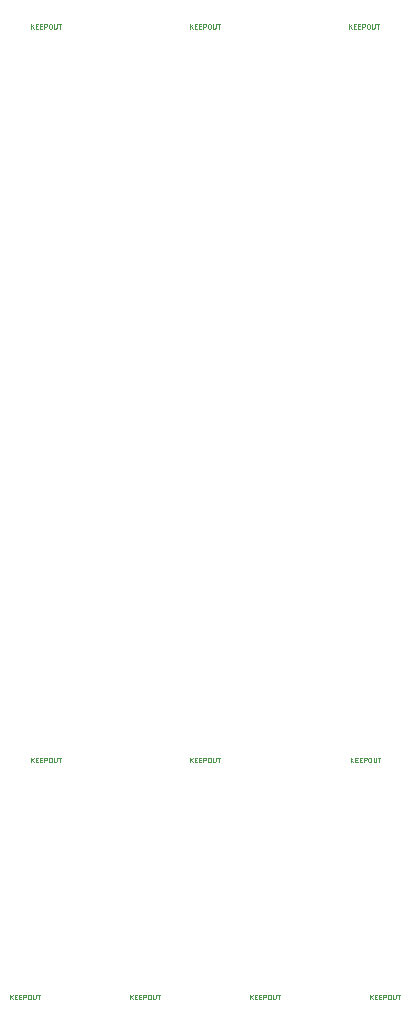
<source format=gbr>
G04 #@! TF.GenerationSoftware,KiCad,Pcbnew,(5.1.0)-1*
G04 #@! TF.CreationDate,2019-10-23T13:14:03-05:00*
G04 #@! TF.ProjectId,logiverter,6c6f6769-7665-4727-9465-722e6b696361,rev?*
G04 #@! TF.SameCoordinates,Original*
G04 #@! TF.FileFunction,Other,Comment*
%FSLAX46Y46*%
G04 Gerber Fmt 4.6, Leading zero omitted, Abs format (unit mm)*
G04 Created by KiCad (PCBNEW (5.1.0)-1) date 2019-10-23 13:14:03*
%MOMM*%
%LPD*%
G04 APERTURE LIST*
%ADD10C,0.051000*%
G04 APERTURE END LIST*
D10*
X108743904Y-103815952D02*
X108743904Y-103415952D01*
X108972476Y-103815952D02*
X108801047Y-103587380D01*
X108972476Y-103415952D02*
X108743904Y-103644523D01*
X109143904Y-103606428D02*
X109277238Y-103606428D01*
X109334380Y-103815952D02*
X109143904Y-103815952D01*
X109143904Y-103415952D01*
X109334380Y-103415952D01*
X109505809Y-103606428D02*
X109639142Y-103606428D01*
X109696285Y-103815952D02*
X109505809Y-103815952D01*
X109505809Y-103415952D01*
X109696285Y-103415952D01*
X109867714Y-103815952D02*
X109867714Y-103415952D01*
X110020095Y-103415952D01*
X110058190Y-103435000D01*
X110077238Y-103454047D01*
X110096285Y-103492142D01*
X110096285Y-103549285D01*
X110077238Y-103587380D01*
X110058190Y-103606428D01*
X110020095Y-103625476D01*
X109867714Y-103625476D01*
X110343904Y-103415952D02*
X110420095Y-103415952D01*
X110458190Y-103435000D01*
X110496285Y-103473095D01*
X110515333Y-103549285D01*
X110515333Y-103682619D01*
X110496285Y-103758809D01*
X110458190Y-103796904D01*
X110420095Y-103815952D01*
X110343904Y-103815952D01*
X110305809Y-103796904D01*
X110267714Y-103758809D01*
X110248666Y-103682619D01*
X110248666Y-103549285D01*
X110267714Y-103473095D01*
X110305809Y-103435000D01*
X110343904Y-103415952D01*
X110686761Y-103415952D02*
X110686761Y-103739761D01*
X110705809Y-103777857D01*
X110724857Y-103796904D01*
X110762952Y-103815952D01*
X110839142Y-103815952D01*
X110877238Y-103796904D01*
X110896285Y-103777857D01*
X110915333Y-103739761D01*
X110915333Y-103415952D01*
X111048666Y-103415952D02*
X111277238Y-103415952D01*
X111162952Y-103815952D02*
X111162952Y-103415952D01*
X108870904Y-165912952D02*
X108870904Y-165512952D01*
X109099476Y-165912952D02*
X108928047Y-165684380D01*
X109099476Y-165512952D02*
X108870904Y-165741523D01*
X109270904Y-165703428D02*
X109404238Y-165703428D01*
X109461380Y-165912952D02*
X109270904Y-165912952D01*
X109270904Y-165512952D01*
X109461380Y-165512952D01*
X109632809Y-165703428D02*
X109766142Y-165703428D01*
X109823285Y-165912952D02*
X109632809Y-165912952D01*
X109632809Y-165512952D01*
X109823285Y-165512952D01*
X109994714Y-165912952D02*
X109994714Y-165512952D01*
X110147095Y-165512952D01*
X110185190Y-165532000D01*
X110204238Y-165551047D01*
X110223285Y-165589142D01*
X110223285Y-165646285D01*
X110204238Y-165684380D01*
X110185190Y-165703428D01*
X110147095Y-165722476D01*
X109994714Y-165722476D01*
X110470904Y-165512952D02*
X110547095Y-165512952D01*
X110585190Y-165532000D01*
X110623285Y-165570095D01*
X110642333Y-165646285D01*
X110642333Y-165779619D01*
X110623285Y-165855809D01*
X110585190Y-165893904D01*
X110547095Y-165912952D01*
X110470904Y-165912952D01*
X110432809Y-165893904D01*
X110394714Y-165855809D01*
X110375666Y-165779619D01*
X110375666Y-165646285D01*
X110394714Y-165570095D01*
X110432809Y-165532000D01*
X110470904Y-165512952D01*
X110813761Y-165512952D02*
X110813761Y-165836761D01*
X110832809Y-165874857D01*
X110851857Y-165893904D01*
X110889952Y-165912952D01*
X110966142Y-165912952D01*
X111004238Y-165893904D01*
X111023285Y-165874857D01*
X111042333Y-165836761D01*
X111042333Y-165512952D01*
X111175666Y-165512952D02*
X111404238Y-165512952D01*
X111289952Y-165912952D02*
X111289952Y-165512952D01*
X95281904Y-165912952D02*
X95281904Y-165512952D01*
X95510476Y-165912952D02*
X95339047Y-165684380D01*
X95510476Y-165512952D02*
X95281904Y-165741523D01*
X95681904Y-165703428D02*
X95815238Y-165703428D01*
X95872380Y-165912952D02*
X95681904Y-165912952D01*
X95681904Y-165512952D01*
X95872380Y-165512952D01*
X96043809Y-165703428D02*
X96177142Y-165703428D01*
X96234285Y-165912952D02*
X96043809Y-165912952D01*
X96043809Y-165512952D01*
X96234285Y-165512952D01*
X96405714Y-165912952D02*
X96405714Y-165512952D01*
X96558095Y-165512952D01*
X96596190Y-165532000D01*
X96615238Y-165551047D01*
X96634285Y-165589142D01*
X96634285Y-165646285D01*
X96615238Y-165684380D01*
X96596190Y-165703428D01*
X96558095Y-165722476D01*
X96405714Y-165722476D01*
X96881904Y-165512952D02*
X96958095Y-165512952D01*
X96996190Y-165532000D01*
X97034285Y-165570095D01*
X97053333Y-165646285D01*
X97053333Y-165779619D01*
X97034285Y-165855809D01*
X96996190Y-165893904D01*
X96958095Y-165912952D01*
X96881904Y-165912952D01*
X96843809Y-165893904D01*
X96805714Y-165855809D01*
X96786666Y-165779619D01*
X96786666Y-165646285D01*
X96805714Y-165570095D01*
X96843809Y-165532000D01*
X96881904Y-165512952D01*
X97224761Y-165512952D02*
X97224761Y-165836761D01*
X97243809Y-165874857D01*
X97262857Y-165893904D01*
X97300952Y-165912952D01*
X97377142Y-165912952D01*
X97415238Y-165893904D01*
X97434285Y-165874857D01*
X97453333Y-165836761D01*
X97453333Y-165512952D01*
X97586666Y-165512952D02*
X97815238Y-165512952D01*
X97700952Y-165912952D02*
X97700952Y-165512952D01*
X110521904Y-185978952D02*
X110521904Y-185578952D01*
X110750476Y-185978952D02*
X110579047Y-185750380D01*
X110750476Y-185578952D02*
X110521904Y-185807523D01*
X110921904Y-185769428D02*
X111055238Y-185769428D01*
X111112380Y-185978952D02*
X110921904Y-185978952D01*
X110921904Y-185578952D01*
X111112380Y-185578952D01*
X111283809Y-185769428D02*
X111417142Y-185769428D01*
X111474285Y-185978952D02*
X111283809Y-185978952D01*
X111283809Y-185578952D01*
X111474285Y-185578952D01*
X111645714Y-185978952D02*
X111645714Y-185578952D01*
X111798095Y-185578952D01*
X111836190Y-185598000D01*
X111855238Y-185617047D01*
X111874285Y-185655142D01*
X111874285Y-185712285D01*
X111855238Y-185750380D01*
X111836190Y-185769428D01*
X111798095Y-185788476D01*
X111645714Y-185788476D01*
X112121904Y-185578952D02*
X112198095Y-185578952D01*
X112236190Y-185598000D01*
X112274285Y-185636095D01*
X112293333Y-185712285D01*
X112293333Y-185845619D01*
X112274285Y-185921809D01*
X112236190Y-185959904D01*
X112198095Y-185978952D01*
X112121904Y-185978952D01*
X112083809Y-185959904D01*
X112045714Y-185921809D01*
X112026666Y-185845619D01*
X112026666Y-185712285D01*
X112045714Y-185636095D01*
X112083809Y-185598000D01*
X112121904Y-185578952D01*
X112464761Y-185578952D02*
X112464761Y-185902761D01*
X112483809Y-185940857D01*
X112502857Y-185959904D01*
X112540952Y-185978952D01*
X112617142Y-185978952D01*
X112655238Y-185959904D01*
X112674285Y-185940857D01*
X112693333Y-185902761D01*
X112693333Y-185578952D01*
X112826666Y-185578952D02*
X113055238Y-185578952D01*
X112940952Y-185978952D02*
X112940952Y-185578952D01*
X80041904Y-185978952D02*
X80041904Y-185578952D01*
X80270476Y-185978952D02*
X80099047Y-185750380D01*
X80270476Y-185578952D02*
X80041904Y-185807523D01*
X80441904Y-185769428D02*
X80575238Y-185769428D01*
X80632380Y-185978952D02*
X80441904Y-185978952D01*
X80441904Y-185578952D01*
X80632380Y-185578952D01*
X80803809Y-185769428D02*
X80937142Y-185769428D01*
X80994285Y-185978952D02*
X80803809Y-185978952D01*
X80803809Y-185578952D01*
X80994285Y-185578952D01*
X81165714Y-185978952D02*
X81165714Y-185578952D01*
X81318095Y-185578952D01*
X81356190Y-185598000D01*
X81375238Y-185617047D01*
X81394285Y-185655142D01*
X81394285Y-185712285D01*
X81375238Y-185750380D01*
X81356190Y-185769428D01*
X81318095Y-185788476D01*
X81165714Y-185788476D01*
X81641904Y-185578952D02*
X81718095Y-185578952D01*
X81756190Y-185598000D01*
X81794285Y-185636095D01*
X81813333Y-185712285D01*
X81813333Y-185845619D01*
X81794285Y-185921809D01*
X81756190Y-185959904D01*
X81718095Y-185978952D01*
X81641904Y-185978952D01*
X81603809Y-185959904D01*
X81565714Y-185921809D01*
X81546666Y-185845619D01*
X81546666Y-185712285D01*
X81565714Y-185636095D01*
X81603809Y-185598000D01*
X81641904Y-185578952D01*
X81984761Y-185578952D02*
X81984761Y-185902761D01*
X82003809Y-185940857D01*
X82022857Y-185959904D01*
X82060952Y-185978952D01*
X82137142Y-185978952D01*
X82175238Y-185959904D01*
X82194285Y-185940857D01*
X82213333Y-185902761D01*
X82213333Y-185578952D01*
X82346666Y-185578952D02*
X82575238Y-185578952D01*
X82460952Y-185978952D02*
X82460952Y-185578952D01*
X100361904Y-185978952D02*
X100361904Y-185578952D01*
X100590476Y-185978952D02*
X100419047Y-185750380D01*
X100590476Y-185578952D02*
X100361904Y-185807523D01*
X100761904Y-185769428D02*
X100895238Y-185769428D01*
X100952380Y-185978952D02*
X100761904Y-185978952D01*
X100761904Y-185578952D01*
X100952380Y-185578952D01*
X101123809Y-185769428D02*
X101257142Y-185769428D01*
X101314285Y-185978952D02*
X101123809Y-185978952D01*
X101123809Y-185578952D01*
X101314285Y-185578952D01*
X101485714Y-185978952D02*
X101485714Y-185578952D01*
X101638095Y-185578952D01*
X101676190Y-185598000D01*
X101695238Y-185617047D01*
X101714285Y-185655142D01*
X101714285Y-185712285D01*
X101695238Y-185750380D01*
X101676190Y-185769428D01*
X101638095Y-185788476D01*
X101485714Y-185788476D01*
X101961904Y-185578952D02*
X102038095Y-185578952D01*
X102076190Y-185598000D01*
X102114285Y-185636095D01*
X102133333Y-185712285D01*
X102133333Y-185845619D01*
X102114285Y-185921809D01*
X102076190Y-185959904D01*
X102038095Y-185978952D01*
X101961904Y-185978952D01*
X101923809Y-185959904D01*
X101885714Y-185921809D01*
X101866666Y-185845619D01*
X101866666Y-185712285D01*
X101885714Y-185636095D01*
X101923809Y-185598000D01*
X101961904Y-185578952D01*
X102304761Y-185578952D02*
X102304761Y-185902761D01*
X102323809Y-185940857D01*
X102342857Y-185959904D01*
X102380952Y-185978952D01*
X102457142Y-185978952D01*
X102495238Y-185959904D01*
X102514285Y-185940857D01*
X102533333Y-185902761D01*
X102533333Y-185578952D01*
X102666666Y-185578952D02*
X102895238Y-185578952D01*
X102780952Y-185978952D02*
X102780952Y-185578952D01*
X90201904Y-185978952D02*
X90201904Y-185578952D01*
X90430476Y-185978952D02*
X90259047Y-185750380D01*
X90430476Y-185578952D02*
X90201904Y-185807523D01*
X90601904Y-185769428D02*
X90735238Y-185769428D01*
X90792380Y-185978952D02*
X90601904Y-185978952D01*
X90601904Y-185578952D01*
X90792380Y-185578952D01*
X90963809Y-185769428D02*
X91097142Y-185769428D01*
X91154285Y-185978952D02*
X90963809Y-185978952D01*
X90963809Y-185578952D01*
X91154285Y-185578952D01*
X91325714Y-185978952D02*
X91325714Y-185578952D01*
X91478095Y-185578952D01*
X91516190Y-185598000D01*
X91535238Y-185617047D01*
X91554285Y-185655142D01*
X91554285Y-185712285D01*
X91535238Y-185750380D01*
X91516190Y-185769428D01*
X91478095Y-185788476D01*
X91325714Y-185788476D01*
X91801904Y-185578952D02*
X91878095Y-185578952D01*
X91916190Y-185598000D01*
X91954285Y-185636095D01*
X91973333Y-185712285D01*
X91973333Y-185845619D01*
X91954285Y-185921809D01*
X91916190Y-185959904D01*
X91878095Y-185978952D01*
X91801904Y-185978952D01*
X91763809Y-185959904D01*
X91725714Y-185921809D01*
X91706666Y-185845619D01*
X91706666Y-185712285D01*
X91725714Y-185636095D01*
X91763809Y-185598000D01*
X91801904Y-185578952D01*
X92144761Y-185578952D02*
X92144761Y-185902761D01*
X92163809Y-185940857D01*
X92182857Y-185959904D01*
X92220952Y-185978952D01*
X92297142Y-185978952D01*
X92335238Y-185959904D01*
X92354285Y-185940857D01*
X92373333Y-185902761D01*
X92373333Y-185578952D01*
X92506666Y-185578952D02*
X92735238Y-185578952D01*
X92620952Y-185978952D02*
X92620952Y-185578952D01*
X81819904Y-165912952D02*
X81819904Y-165512952D01*
X82048476Y-165912952D02*
X81877047Y-165684380D01*
X82048476Y-165512952D02*
X81819904Y-165741523D01*
X82219904Y-165703428D02*
X82353238Y-165703428D01*
X82410380Y-165912952D02*
X82219904Y-165912952D01*
X82219904Y-165512952D01*
X82410380Y-165512952D01*
X82581809Y-165703428D02*
X82715142Y-165703428D01*
X82772285Y-165912952D02*
X82581809Y-165912952D01*
X82581809Y-165512952D01*
X82772285Y-165512952D01*
X82943714Y-165912952D02*
X82943714Y-165512952D01*
X83096095Y-165512952D01*
X83134190Y-165532000D01*
X83153238Y-165551047D01*
X83172285Y-165589142D01*
X83172285Y-165646285D01*
X83153238Y-165684380D01*
X83134190Y-165703428D01*
X83096095Y-165722476D01*
X82943714Y-165722476D01*
X83419904Y-165512952D02*
X83496095Y-165512952D01*
X83534190Y-165532000D01*
X83572285Y-165570095D01*
X83591333Y-165646285D01*
X83591333Y-165779619D01*
X83572285Y-165855809D01*
X83534190Y-165893904D01*
X83496095Y-165912952D01*
X83419904Y-165912952D01*
X83381809Y-165893904D01*
X83343714Y-165855809D01*
X83324666Y-165779619D01*
X83324666Y-165646285D01*
X83343714Y-165570095D01*
X83381809Y-165532000D01*
X83419904Y-165512952D01*
X83762761Y-165512952D02*
X83762761Y-165836761D01*
X83781809Y-165874857D01*
X83800857Y-165893904D01*
X83838952Y-165912952D01*
X83915142Y-165912952D01*
X83953238Y-165893904D01*
X83972285Y-165874857D01*
X83991333Y-165836761D01*
X83991333Y-165512952D01*
X84124666Y-165512952D02*
X84353238Y-165512952D01*
X84238952Y-165912952D02*
X84238952Y-165512952D01*
X95281904Y-103815952D02*
X95281904Y-103415952D01*
X95510476Y-103815952D02*
X95339047Y-103587380D01*
X95510476Y-103415952D02*
X95281904Y-103644523D01*
X95681904Y-103606428D02*
X95815238Y-103606428D01*
X95872380Y-103815952D02*
X95681904Y-103815952D01*
X95681904Y-103415952D01*
X95872380Y-103415952D01*
X96043809Y-103606428D02*
X96177142Y-103606428D01*
X96234285Y-103815952D02*
X96043809Y-103815952D01*
X96043809Y-103415952D01*
X96234285Y-103415952D01*
X96405714Y-103815952D02*
X96405714Y-103415952D01*
X96558095Y-103415952D01*
X96596190Y-103435000D01*
X96615238Y-103454047D01*
X96634285Y-103492142D01*
X96634285Y-103549285D01*
X96615238Y-103587380D01*
X96596190Y-103606428D01*
X96558095Y-103625476D01*
X96405714Y-103625476D01*
X96881904Y-103415952D02*
X96958095Y-103415952D01*
X96996190Y-103435000D01*
X97034285Y-103473095D01*
X97053333Y-103549285D01*
X97053333Y-103682619D01*
X97034285Y-103758809D01*
X96996190Y-103796904D01*
X96958095Y-103815952D01*
X96881904Y-103815952D01*
X96843809Y-103796904D01*
X96805714Y-103758809D01*
X96786666Y-103682619D01*
X96786666Y-103549285D01*
X96805714Y-103473095D01*
X96843809Y-103435000D01*
X96881904Y-103415952D01*
X97224761Y-103415952D02*
X97224761Y-103739761D01*
X97243809Y-103777857D01*
X97262857Y-103796904D01*
X97300952Y-103815952D01*
X97377142Y-103815952D01*
X97415238Y-103796904D01*
X97434285Y-103777857D01*
X97453333Y-103739761D01*
X97453333Y-103415952D01*
X97586666Y-103415952D02*
X97815238Y-103415952D01*
X97700952Y-103815952D02*
X97700952Y-103415952D01*
X81819904Y-103815952D02*
X81819904Y-103415952D01*
X82048476Y-103815952D02*
X81877047Y-103587380D01*
X82048476Y-103415952D02*
X81819904Y-103644523D01*
X82219904Y-103606428D02*
X82353238Y-103606428D01*
X82410380Y-103815952D02*
X82219904Y-103815952D01*
X82219904Y-103415952D01*
X82410380Y-103415952D01*
X82581809Y-103606428D02*
X82715142Y-103606428D01*
X82772285Y-103815952D02*
X82581809Y-103815952D01*
X82581809Y-103415952D01*
X82772285Y-103415952D01*
X82943714Y-103815952D02*
X82943714Y-103415952D01*
X83096095Y-103415952D01*
X83134190Y-103435000D01*
X83153238Y-103454047D01*
X83172285Y-103492142D01*
X83172285Y-103549285D01*
X83153238Y-103587380D01*
X83134190Y-103606428D01*
X83096095Y-103625476D01*
X82943714Y-103625476D01*
X83419904Y-103415952D02*
X83496095Y-103415952D01*
X83534190Y-103435000D01*
X83572285Y-103473095D01*
X83591333Y-103549285D01*
X83591333Y-103682619D01*
X83572285Y-103758809D01*
X83534190Y-103796904D01*
X83496095Y-103815952D01*
X83419904Y-103815952D01*
X83381809Y-103796904D01*
X83343714Y-103758809D01*
X83324666Y-103682619D01*
X83324666Y-103549285D01*
X83343714Y-103473095D01*
X83381809Y-103435000D01*
X83419904Y-103415952D01*
X83762761Y-103415952D02*
X83762761Y-103739761D01*
X83781809Y-103777857D01*
X83800857Y-103796904D01*
X83838952Y-103815952D01*
X83915142Y-103815952D01*
X83953238Y-103796904D01*
X83972285Y-103777857D01*
X83991333Y-103739761D01*
X83991333Y-103415952D01*
X84124666Y-103415952D02*
X84353238Y-103415952D01*
X84238952Y-103815952D02*
X84238952Y-103415952D01*
M02*

</source>
